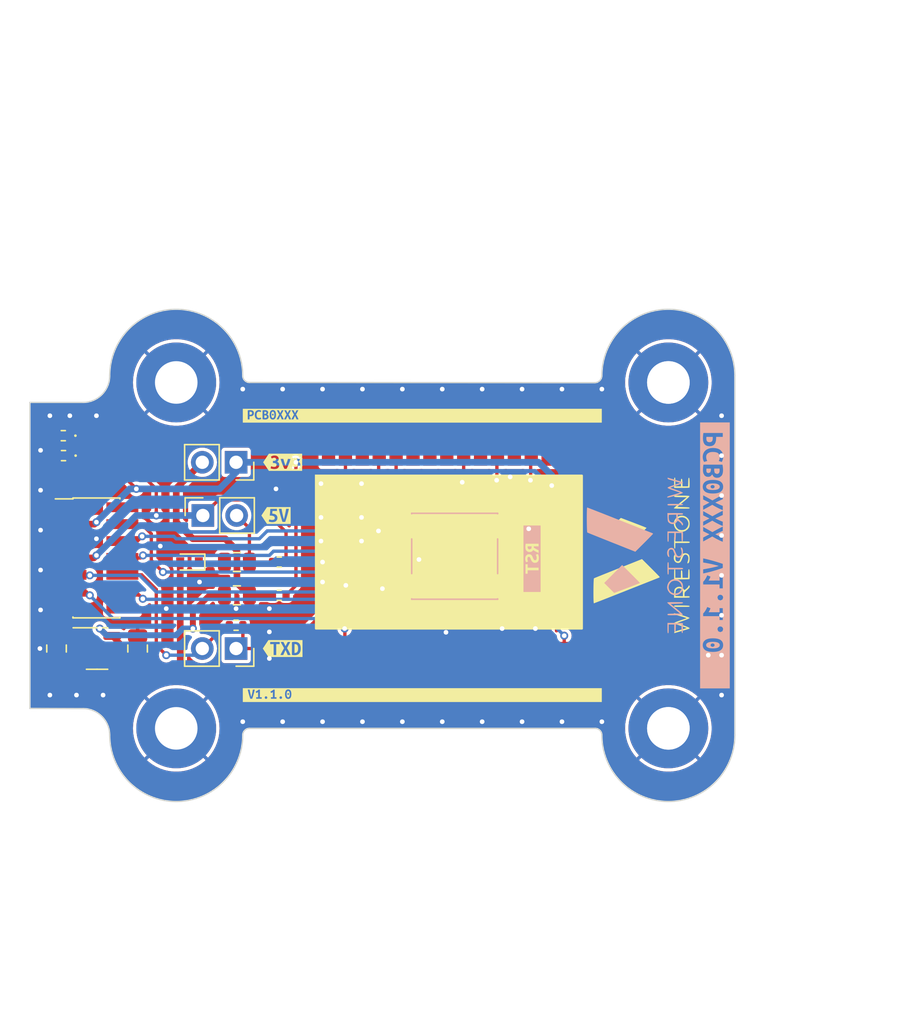
<source format=kicad_pcb>
(kicad_pcb (version 20221018) (generator pcbnew)
  (title_block (title "stlink-v3mods wirestone adapter") (date "2023-03-02") (rev "1.1") (company "wirestone") (comment 4 "AISLER Project ID: HRKUAQJN"))
  (layers (0 "F.Cu" signal) (31 "B.Cu" signal) (34 "B.Paste" user) (35 "F.Paste" user) (36 "B.SilkS" user "B.Silkscreen") (37 "F.SilkS" user "F.Silkscreen") (38 "B.Mask" user) (39 "F.Mask" user) (44 "Edge.Cuts" user))
  (net 0 "")
  (net 3 "+3.3V")
  (net 4 "/RST")
  (net 5 "/SWDIO")
  (net 6 "/BOOT0")
  (net 7 "/TXD")
  (net 8 "/SWCLK")
  (net 9 "/SWO")
  (net 12 "Net-(D3-A)")
  (net 13 "+BATT")
  (net 14 "Net-(U3-OUT)")
  (net 15 "Net-(D1-K)")
  (net 16 "Net-(D2-K)")
  (net 17 "Net-(JP4-B)")
  (net 18 "Net-(JP3-B)")
  (net 38 "GND")
  (net 39 "/RXD")
  (net 40 "Net-(D3-K)")
  (net 41 "Net-(JP1-A)")
  (footprint "Diode_SMD:D_SOD-523" (layer "F.Cu") (at 62 76 180)
    (fp_text reference "D3" hide)
    (fp_text value "D_Schottky")
    (pad "1" smd rect (at -0.7 0) (size 0.6 0.7) (layers "F.Cu" "F.Paste" "F.Mask") (net 40 "Net-(D3-K)"))
    (pad "2" smd rect (at 0.7 0) (size 0.6 0.7) (layers "F.Cu" "F.Paste" "F.Mask") (net 12 "Net-(D3-A)"))
  )
  (footprint "Package_TO_SOT_SMD:SOT-23-5" (layer "F.Cu") (at 55.048 82.5)
    (fp_text reference "U3" hide)
    (fp_text value "TLV71333PDBV" hide)
    (pad "1" smd roundrect (at -1.1375 -0.95) (size 1.325 0.6) (layers "F.Cu" "F.Paste" "F.Mask") (net 12 "Net-(D3-A)"))
    (pad "2" smd roundrect (at -1.1375 0) (size 1.325 0.6) (layers "F.Cu" "F.Paste" "F.Mask") (net 38 "GND"))
    (pad "3" smd roundrect (at -1.1375 0.95) (size 1.325 0.6) (layers "F.Cu" "F.Paste" "F.Mask") (net 12 "Net-(D3-A)"))
    (pad "4" smd roundrect (at 1.1375 0.95) (size 1.325 0.6) (layers "F.Cu" "F.Paste" "F.Mask"))
    (pad "5" smd roundrect (at 1.1375 -0.95) (size 1.325 0.6) (layers "F.Cu" "F.Paste" "F.Mask") (net 14 "Net-(U3-OUT)"))
  )
  (footprint "MountingHole:MountingHole_3.2mm_M3" (layer "F.Cu") (at 61 62.5)
    (fp_text reference "REF**" hide)
    (fp_text value "MountingHole_3.2mm_M3" hide)
    (pad "" thru_hole circle locked (at 0 0) (size 6 6) (drill 3.2) (layers "*.Cu" "*.Mask") (net 38 "GND"))
  )
  (footprint "Resistor_SMD:R_0402_1005Metric" (layer "F.Cu") (at 52.51 66.5 180)
    (fp_text reference "R2" hide)
    (fp_text value "2k2")
    (pad "1" smd roundrect (at -0.51 0 180) (size 0.54 0.64) (layers "F.Cu" "F.Paste" "F.Mask") (net 16 "Net-(D2-K)"))
    (pad "2" smd roundrect (at 0.51 0 180) (size 0.54 0.64) (layers "F.Cu" "F.Paste" "F.Mask") (net 38 "GND"))
  )
  (footprint "kibuzzard-649958B3" (layer "F.Cu") (at 68.5 72.5)
    (fp_text reference "kibuzzard-649958B3" hide)
    (fp_text value "G***" hide)
  )
  (footprint "Fuse:Fuse_0805_2012Metric" (layer "F.Cu") (at 65.5625 78.5)
    (fp_text reference "F2" hide)
    (fp_text value "Polyfuse_Small")
    (pad "1" smd roundrect (at -0.9375 0) (size 0.975 1.4) (layers "F.Cu" "F.Paste" "F.Mask") (net 14 "Net-(U3-OUT)"))
    (pad "2" smd roundrect (at 0.9375 0) (size 0.975 1.4) (layers "F.Cu" "F.Paste" "F.Mask") (net 17 "Net-(JP4-B)"))
  )
  (footprint "Connector_PinSocket_2.54mm:PinSocket_1x02_P2.54mm_Vertical" (layer "F.Cu") (at 65.5 68.5 -90)
    (fp_text reference "JP4" hide)
    (fp_text value "Jumper_2_Open" hide)
    (pad "1" thru_hole rect (at 0 0 270) (size 1.7 1.7) (drill 1) (layers "*.Cu" "*.Mask") (net 3 "+3.3V"))
    (pad "2" thru_hole oval (at 0 2.54 270) (size 1.7 1.7) (drill 1) (layers "*.Cu" "*.Mask") (net 17 "Net-(JP4-B)"))
  )
  (footprint "Capacitor_SMD:C_0805_2012Metric" (layer "F.Cu") (at 58.096 82.5 90)
    (fp_text reference "C2" hide)
    (fp_text value "4.7uF")
    (pad "1" smd roundrect (at -0.95 0 90) (size 1 1.45) (layers "F.Cu" "F.Paste" "F.Mask") (net 14 "Net-(U3-OUT)"))
    (pad "2" smd roundrect (at 0.95 0 90) (size 1 1.45) (layers "F.Cu" "F.Paste" "F.Mask") (net 38 "GND"))
  )
  (footprint "kibuzzard-649958AB" (layer "F.Cu") (at 69 82.5)
    (fp_text reference "kibuzzard-649958AB" hide)
    (fp_text value "G***" hide)
  )
  (footprint "kibuzzard-649958D1" (layer "F.Cu") (at 79.5 86)
    (fp_text reference "kibuzzard-649958D1" hide)
    (fp_text value "G***" hide)
  )
  (footprint "kibuzzard-63D24B36" (layer "F.Cu") (at 79.5 65)
    (fp_text reference "kibuzzard-63D24B36" hide)
    (fp_text value "G***" hide)
  )
  (footprint "LED_SMD:LED_0402_1005Metric" (layer "F.Cu") (at 54.51 66.5)
    (fp_text reference "D2" hide)
    (fp_text value "LED")
    (pad "1" smd roundrect (at -0.485 0) (size 0.59 0.64) (layers "F.Cu" "F.Paste" "F.Mask") (net 16 "Net-(D2-K)"))
    (pad "2" smd roundrect (at 0.485 0) (size 0.59 0.64) (layers "F.Cu" "F.Paste" "F.Mask") (net 13 "+BATT"))
  )
  (footprint "Capacitor_SMD:C_0805_2012Metric" (layer "F.Cu") (at 52 82.5 -90)
    (fp_text reference "C1" hide)
    (fp_text value "10uF")
    (pad "1" smd roundrect (at -0.95 0 270) (size 1 1.45) (layers "F.Cu" "F.Paste" "F.Mask") (net 12 "Net-(D3-A)"))
    (pad "2" smd roundrect (at 0.95 0 270) (size 1 1.45) (layers "F.Cu" "F.Paste" "F.Mask") (net 38 "GND"))
  )
  (footprint "Connector_PinSocket_2.54mm:PinSocket_1x02_P2.54mm_Vertical" (layer "F.Cu") (at 63 72.5 90)
    (fp_text reference "JP3" hide)
    (fp_text value "Jumper_2_Open" hide)
    (pad "1" thru_hole rect (at 0 0 90) (size 1.7 1.7) (drill 1) (layers "*.Cu" "*.Mask") (net 13 "+BATT"))
    (pad "2" thru_hole oval (at 0 2.54 90) (size 1.7 1.7) (drill 1) (layers "*.Cu" "*.Mask") (net 18 "Net-(JP3-B)"))
  )
  (footprint "Resistor_SMD:R_0402_1005Metric" (layer "F.Cu") (at 68.74475 78.5)
    (fp_text reference "R3" hide)
    (fp_text value "0")
    (pad "1" smd roundrect (at -0.51 0) (size 0.54 0.64) (layers "F.Cu" "F.Paste" "F.Mask") (net 17 "Net-(JP4-B)"))
    (pad "2" smd roundrect (at 0.51 0) (size 0.54 0.64) (layers "F.Cu" "F.Paste" "F.Mask") (net 3 "+3.3V"))
  )
  (footprint "Resistor_SMD:R_0402_1005Metric" (layer "F.Cu") (at 68.74475 76)
    (fp_text reference "R4" hide)
    (fp_text value "0")
    (pad "1" smd roundrect (at -0.51 0) (size 0.54 0.64) (layers "F.Cu" "F.Paste" "F.Mask") (net 18 "Net-(JP3-B)"))
    (pad "2" smd roundrect (at 0.51 0) (size 0.54 0.64) (layers "F.Cu" "F.Paste" "F.Mask") (net 13 "+BATT"))
  )
  (footprint "Resistor_SMD:R_0402_1005Metric" (layer "F.Cu") (at 65.5 80.75)
    (fp_text reference "R5" hide)
    (fp_text value "0")
    (pad "1" smd roundrect (at -0.51 0) (size 0.54 0.64) (layers "F.Cu" "F.Paste" "F.Mask") (net 7 "/TXD"))
    (pad "2" smd roundrect (at 0.51 0) (size 0.54 0.64) (layers "F.Cu" "F.Paste" "F.Mask") (net 41 "Net-(JP1-A)"))
  )
  (footprint "LED_SMD:LED_0402_1005Metric" (layer "F.Cu") (at 54.525 68)
    (fp_text reference "D1" hide)
    (fp_text value "LED")
    (pad "1" smd roundrect (at -0.485 0) (size 0.59 0.64) (layers "F.Cu" "F.Paste" "F.Mask") (net 15 "Net-(D1-K)"))
    (pad "2" smd roundrect (at 0.485 0) (size 0.59 0.64) (layers "F.Cu" "F.Paste" "F.Mask") (net 3 "+3.3V"))
  )
  (footprint "Connector_PinHeader_1.27mm:PinHeader_2x07_P1.27mm_Vertical_SMD" (layer "F.Cu") (at 55 75.69)
    (fp_text reference "J1" hide)
    (fp_text value "Conn_02x07_Odd_Even" hide)
    (pad "1" smd rect (at -1.95 -3.81) (size 2.4 0.74) (layers "F.Cu" "F.Paste" "F.Mask"))
    (pad "2" smd rect (at 1.95 -3.81) (size 2.4 0.74) (layers "F.Cu" "F.Paste" "F.Mask"))
    (pad "3" smd rect (at -1.95 -2.54) (size 2.4 0.74) (layers "F.Cu" "F.Paste" "F.Mask") (net 3 "+3.3V"))
    (pad "4" smd rect (at 1.95 -2.54) (size 2.4 0.74) (layers "F.Cu" "F.Paste" "F.Mask") (net 5 "/SWDIO"))
    (pad "5" smd rect (at -1.95 -1.27) (size 2.4 0.74) (layers "F.Cu" "F.Paste" "F.Mask") (net 38 "GND"))
    (pad "6" smd rect (at 1.95 -1.27) (size 2.4 0.74) (layers "F.Cu" "F.Paste" "F.Mask") (net 8 "/SWCLK"))
    (pad "7" smd rect (at -1.95 0) (size 2.4 0.74) (layers "F.Cu" "F.Paste" "F.Mask") (net 13 "+BATT"))
    (pad "8" smd rect (at 1.95 0) (size 2.4 0.74) (layers "F.Cu" "F.Paste" "F.Mask") (net 9 "/SWO"))
    (pad "9" smd rect (at -1.95 1.27) (size 2.4 0.74) (layers "F.Cu" "F.Paste" "F.Mask") (net 39 "/RXD"))
    (pad "10" smd rect (at 1.95 1.27) (size 2.4 0.74) (layers "F.Cu" "F.Paste" "F.Mask") (net 7 "/TXD"))
    (pad "11" smd rect (at -1.95 2.54) (size 2.4 0.74) (layers "F.Cu" "F.Paste" "F.Mask") (net 6 "/BOOT0"))
    (pad "12" smd rect (at 1.95 2.54) (size 2.4 0.74) (layers "F.Cu" "F.Paste" "F.Mask") (net 4 "/RST"))
    (pad "13" smd rect (at -1.95 3.81) (size 2.4 0.74) (layers "F.Cu" "F.Paste" "F.Mask"))
    (pad "14" smd rect (at 1.95 3.81) (size 2.4 0.74) (layers "F.Cu" "F.Paste" "F.Mask"))
  )
  (footprint "Fuse:Fuse_0805_2012Metric" (layer "F.Cu") (at 65.5625 76 180)
    (fp_text reference "F3" hide)
    (fp_text value "Polyfuse_Small")
    (pad "1" smd roundrect (at -0.9375 0 180) (size 0.975 1.4) (layers "F.Cu" "F.Paste" "F.Mask") (net 18 "Net-(JP3-B)"))
    (pad "2" smd roundrect (at 0.9375 0 180) (size 0.975 1.4) (layers "F.Cu" "F.Paste" "F.Mask") (net 40 "Net-(D3-K)"))
  )
  (footprint "kibuzzard-63D24BD9" (layer "F.Cu") (at 69 68.5)
    (fp_text reference "kibuzzard-63D24BD9" hide)
    (fp_text value "G***" hide)
  )
  (footprint "stlink_v3mini:wirestone" (layer "F.Cu") (at 96 75.5 90)
    (fp_text reference "G***" hide)
    (fp_text value "LOGO" hide)
  )
  (footprint "MountingHole:MountingHole_3.2mm_M3" (layer "F.Cu") (at 98 62.5)
    (fp_text reference "REF**" hide)
    (fp_text value "MountingHole_3.2mm_M3" hide)
    (pad "" np_thru_hole circle locked (at 0 0) (size 3.2 3.2) (drill 3.2) (layers "*.Cu" "*.Mask"))
    (pad "" thru_hole circle locked (at 0 0) (size 6 6) (drill 3.2) (layers "*.Cu" "*.Mask") (net 38 "GND"))
  )
  (footprint "MountingHole:MountingHole_3.2mm_M3" (layer "F.Cu") (at 98 88.5)
    (fp_text reference "REF**" hide)
    (fp_text value "MountingHole_3.2mm_M3" hide)
    (pad "" np_thru_hole circle locked (at 0 0) (size 3.2 3.2) (drill 3.2) (layers "*.Cu" "*.Mask"))
    (pad "" thru_hole circle locked (at 0 0) (size 6 6) (drill 3.2) (layers "*.Cu" "*.Mask") (net 38 "GND"))
  )
  (footprint "Resistor_SMD:R_0402_1005Metric" (layer "F.Cu") (at 52.525 68 180)
    (fp_text reference "R1" hide)
    (fp_text value "2k2")
    (pad "1" smd roundrect (at -0.51 0 180) (size 0.54 0.64) (layers "F.Cu" "F.Paste" "F.Mask") (net 15 "Net-(D1-K)"))
    (pad "2" smd roundrect (at 0.51 0 180) (size 0.54 0.64) (layers "F.Cu" "F.Paste" "F.Mask") (net 38 "GND"))
  )
  (footprint "stlink_v3mini:STLINK-V3MODS" (layer "F.Cu") (at 81.975 75.38 -90)
    (fp_text reference "U2" hide)
    (fp_text value "~")
    (pad "1" smd rect (at -7.62 -9.525) (size 1 2) (layers "F.Cu" "F.Paste" "F.Mask"))
    (pad "2" smd rect (at -7.62 -8.255) (size 1 2) (layers "F.Cu" "F.Paste" "F.Mask"))
    (pad "3" smd rect (at -7.62 -6.985) (size 1 2) (layers "F.Cu" "F.Paste" "F.Mask"))
    (pad "4" smd rect (at -7.62 -5.715) (size 1 2) (layers "F.Cu" "F.Paste" "F.Mask") (net 5 "/SWDIO"))
    (pad "5" smd rect (at -7.62 -4.445) (size 1 2) (layers "F.Cu" "F.Paste" "F.Mask"))
    (pad "6" smd rect (at -7.62 -3.175) (size 1 2) (layers "F.Cu" "F.Paste" "F.Mask") (net 9 "/SWO"))
    (pad "7" smd rect (at -7.62 -1.905) (size 1 2) (layers "F.Cu" "F.Paste" "F.Mask"))
    (pad "8" smd rect (at -7.62 -0.635) (size 1 2) (layers "F.Cu" "F.Paste" "F.Mask") (net 38 "GND"))
    (pad "9" smd rect (at -7.62 0.635) (size 1 2) (layers "F.Cu" "F.Paste" "F.Mask"))
    (pad "10" smd rect (at -7.62 1.905) (size 1 2) (layers "F.Cu" "F.Paste" "F.Mask"))
    (pad "11" smd rect (at -7.62 3.175) (size 1 2) (layers "F.Cu" "F.Paste" "F.Mask"))
    (pad "12" smd rect (at -7.62 4.445) (size 1 2) (layers "F.Cu" "F.Paste" "F.Mask") (net 41 "Net-(JP1-A)"))
    (pad "13" smd rect (at -7.62 5.715) (size 1 2) (layers "F.Cu" "F.Paste" "F.Mask") (net 8 "/SWCLK"))
    (pad "14" smd rect (at -7.62 6.985) (size 1 2) (layers "F.Cu" "F.Paste" "F.Mask"))
    (pad "15" smd rect (at -7.62 8.255) (size 1 2) (layers "F.Cu" "F.Paste" "F.Mask") (net 39 "/RXD"))
    (pad "16" smd rect (at -7.62 9.525) (size 1 2) (layers "F.Cu" "F.Paste" "F.Mask"))
    (pad "17" smd rect (at 7.62 9.525) (size 1 2) (layers "F.Cu" "F.Paste" "F.Mask"))
    (pad "18" smd rect (at 7.62 8.255) (size 1 2) (layers "F.Cu" "F.Paste" "F.Mask") (net 6 "/BOOT0"))
    (pad "19" smd rect (at 7.62 6.985) (size 1 2) (layers "F.Cu" "F.Paste" "F.Mask"))
    (pad "20" smd rect (at 7.62 5.715) (size 1 2) (layers "F.Cu" "F.Paste" "F.Mask"))
    (pad "21" smd rect (at 7.62 4.445) (size 1 2) (layers "F.Cu" "F.Paste" "F.Mask"))
    (pad "22" smd rect (at 7.62 3.175) (size 1 2) (layers "F.Cu" "F.Paste" "F.Mask") (net 12 "Net-(D3-A)"))
    (pad "23" smd rect (at 7.62 1.905) (size 1 2) (layers "F.Cu" "F.Paste" "F.Mask"))
    (pad "24" smd rect (at 7.62 0.635) (size 1 2) (layers "F.Cu" "F.Paste" "F.Mask") (net 38 "GND"))
    (pad "25" smd rect (at 7.62 -0.635) (size 1 2) (layers "F.Cu" "F.Paste" "F.Mask"))
    (pad "26" smd rect (at 7.62 -1.905) (size 1 2) (layers "F.Cu" "F.Paste" "F.Mask") (net 38 "GND"))
    (pad "27" smd rect (at 7.62 -3.175) (size 1 2) (layers "F.Cu" "F.Paste" "F.Mask") (net 38 "GND"))
    (pad "28" smd rect (at 7.62 -4.445) (size 1 2) (layers "F.Cu" "F.Paste" "F.Mask"))
    (pad "29" smd rect (at 7.62 -5.715) (size 1 2) (layers "F.Cu" "F.Paste" "F.Mask") (net 38 "GND"))
    (pad "30" smd rect (at 7.62 -6.985) (size 1 2) (layers "F.Cu" "F.Paste" "F.Mask") (net 3 "+3.3V"))
    (pad "31" smd rect (at 7.62 -8.255) (size 1 2) (layers "F.Cu" "F.Paste" "F.Mask") (net 4 "/RST"))
    (pad "32" smd rect (at 7.62 -9.525) (size 1 2) (layers "F.Cu" "F.Paste" "F.Mask"))
  )
  (footprint "MountingHole:MountingHole_3.2mm_M3" (layer "F.Cu") (at 61 88.5)
    (fp_text reference "REF**" hide)
    (fp_text value "MountingHole_3.2mm_M3" hide)
    (pad "" thru_hole circle locked (at 0 0) (size 6 6) (drill 3.2) (layers "*.Cu" "*.Mask") (net 38 "GND"))
  )
  (footprint "Connector_PinSocket_2.54mm:PinSocket_1x02_P2.54mm_Vertical" (layer "F.Cu") (at 65.5 82.5 -90)
    (fp_text reference "JP1" hide)
    (fp_text value "Jumper_2_Open")
    (pad "1" thru_hole rect (at 0 0 270) (size 1.7 1.7) (drill 1) (layers "*.Cu" "*.Mask") (net 41 "Net-(JP1-A)"))
    (pad "2" thru_hole oval (at 0 2.54 270) (size 1.7 1.7) (drill 1) (layers "*.Cu" "*.Mask") (net 7 "/TXD"))
  )
  (footprint "kibuzzard-63CA65D0" (layer "B.Cu") (at 87.75 75.75 -90)
    (fp_text reference "kibuzzard-63CA65D0" hide)
    (fp_text value "G***" hide)
  )
  (footprint "Button_Switch_SMD:SW_Push_1P1T_NO_6x6mm_H9.5mm" (layer "B.Cu") (at 81.9325 75.565)
    (fp_text reference "SW1" hide)
    (fp_text value "RST")
    (pad "1" smd rect (at -3.975 2.25) (size 1.55 1.3) (layers "B.Cu" "B.Paste" "B.Mask") (net 4 "/RST"))
    (pad "1" smd rect (at 3.975 2.25) (size 1.55 1.3) (layers "B.Cu" "B.Paste" "B.Mask") (net 4 "/RST"))
    (pad "2" smd rect (at -3.975 -2.25) (size 1.55 1.3) (layers "B.Cu" "B.Paste" "B.Mask") (net 38 "GND"))
    (pad "2" smd rect (at 3.975 -2.25) (size 1.55 1.3) (layers "B.Cu" "B.Paste" "B.Mask") (net 38 "GND"))
  )
  (footprint "kibuzzard-6499595A" (layer "B.Cu") (at 101.5 75.5 -90)
    (fp_text reference "kibuzzard-6499595A" hide)
    (fp_text value "G***" hide)
  )
  (footprint "stlink_v3mini:wirestone" (layer "B.Cu") (at 95.5 75.5 -90)
    (fp_text reference "G***" hide)
    (fp_text value "LOGO" hide)
  )
  (gr_rect (start 71.5 69.5) (end 91.5 81) (stroke (width 0.15)) (fill solid) (layer "F.SilkS"))
  (gr_arc (start 103 89) (mid 98 94) (end 93 89) (stroke (width 0.1)) (layer "Edge.Cuts"))
  (gr_line (start 66.5 62.5) (end 92.456 62.520529) (stroke (width 0.1)) (layer "Edge.Cuts"))
  (gr_arc (start 93 62) (mid 92.832459 62.369434) (end 92.456 62.520529) (stroke (width 0.1)) (layer "Edge.Cuts"))
  (gr_line (start 103 62) (end 103 89) (stroke (width 0.1)) (layer "Edge.Cuts"))
  (gr_arc (start 54 87.014214) (mid 55.414214 87.6) (end 56 89.014214) (stroke (width 0.1)) (layer "Edge.Cuts"))
  (gr_line (start 50 87) (end 50 64) (stroke (width 0.1)) (layer "Edge.Cuts"))
  (gr_arc (start 92.5 88.5) (mid 92.853553 88.646447) (end 93 89) (stroke (width 0.1)) (layer "Edge.Cuts"))
  (gr_line (start 54 64) (end 50 64) (stroke (width 0.1)) (layer "Edge.Cuts"))
  (gr_arc (start 66.5 62.5) (mid 66.146447 62.353553) (end 66 62) (stroke (width 0.1)) (layer "Edge.Cuts"))
  (gr_arc (start 56 62) (mid 55.414214 63.414214) (end 54 64) (stroke (width 0.1)) (layer "Edge.Cuts"))
  (gr_line (start 54 87.014214) (end 50 87) (stroke (width 0.1)) (layer "Edge.Cuts"))
  (gr_arc (start 66 89) (mid 66.146447 88.646447) (end 66.5 88.5) (stroke (width 0.1)) (layer "Edge.Cuts"))
  (gr_arc (start 56 62) (mid 61 57) (end 66 62) (stroke (width 0.1)) (layer "Edge.Cuts"))
  (gr_arc (start 93 62) (mid 98 57) (end 103 62) (stroke (width 0.1)) (layer "Edge.Cuts"))
  (gr_line (start 92.5 88.5) (end 66.5 88.5) (stroke (width 0.1)) (layer "Edge.Cuts"))
  (gr_arc (start 66 89) (mid 61 94) (end 56 89) (stroke (width 0.1)) (layer "Edge.Cuts"))
  (segment (start 89.230498 70.25) (end 88.96 70.520498) (width 0.5) (layer "F.Cu") (net 3))
  (segment (start 53.05 73.15) (end 54.85 73.15) (width 0.5) (layer "F.Cu") (net 3))
  (segment (start 70 77.75475) (end 70 68.5) (width 0.25) (layer "F.Cu") (net 3))
  (segment (start 69.25475 78.5) (end 70 77.75475) (width 0.25) (layer "F.Cu") (net 3))
  (segment (start 88.96 70.520498) (end 88.96 83) (width 0.5) (layer "F.Cu") (net 3))
  (segment (start 54.85 73.15) (end 55 73) (width 0.25) (layer "F.Cu") (net 3))
  (segment (start 55.5 68) (end 55.01 68) (width 0.25) (layer "F.Cu") (net 3))
  (segment (start 55.5 68) (end 58 70.5) (width 0.25) (layer "F.Cu") (net 3))
  (via (at 70 68.5) (size 0.6) (drill 0.35) (layers "F.Cu" "B.Cu") (net 3))
  (via (at 89.230498 70.25) (size 0.6) (drill 0.35) (layers "F.Cu" "B.Cu") (net 3))
  (via (at 55 73) (size 0.6) (drill 0.35) (layers "F.Cu" "B.Cu") (net 3))
  (via (at 58 70.5) (size 0.6) (drill 0.35) (layers "F.Cu" "B.Cu") (net 3))
  (segment (start 65.5 69.25) (end 65.5 68.5) (width 0.5) (layer "B.Cu") (net 3))
  (segment (start 57.5 70.5) (end 58 70.5) (width 0.5) (layer "B.Cu") (net 3))
  (segment (start 64.25 70.5) (end 65.5 69.25) (width 0.5) (layer "B.Cu") (net 3))
  (segment (start 89.230498 69.480498) (end 88.25 68.5) (width 0.5) (layer "B.Cu") (net 3))
  (segment (start 70 68.5) (end 65.5 68.5) (width 0.5) (layer "B.Cu") (net 3))
  (segment (start 89.230498 70.25) (end 89.230498 69.480498) (width 0.5) (layer "B.Cu") (net 3))
  (segment (start 58 70.5) (end 64.25 70.5) (width 0.5) (layer "B.Cu") (net 3))
  (segment (start 88.25 68.5) (end 70 68.5) (width 0.5) (layer "B.Cu") (net 3))
  (segment (start 55 73) (end 57.5 70.5) (width 0.5) (layer "B.Cu") (net 3))
  (segment (start 58.486658 78.760997) (end 57.955661 78.23) (width 0.25) (layer "F.Cu") (net 4))
  (segment (start 90.17 83.1675) (end 90.1875 83.185) (width 0.25) (layer "F.Cu") (net 4))
  (segment (start 57.955661 78.23) (end 56.95 78.23) (width 0.25) (layer "F.Cu") (net 4))
  (segment (start 90.17 81.534) (end 90.17 83.1675) (width 0.25) (layer "F.Cu") (net 4))
  (via (at 90.17 81.534) (size 0.6) (drill 0.35) (layers "F.Cu" "B.Cu") (net 4))
  (via (at 58.486658 78.760997) (size 0.6) (drill 0.35) (layers "F.Cu" "B.Cu") (net 4))
  (segment (start 77.9575 77.815) (end 85.9075 77.815) (width 0.25) (layer "B.Cu") (net 4))
  (segment (start 58.486658 78.760997) (end 58.525661 78.8) (width 0.25) (layer "B.Cu") (net 4))
  (segment (start 86.451 77.815) (end 90.17 81.534) (width 0.25) (layer "B.Cu") (net 4))
  (segment (start 85.9075 77.815) (end 86.451 77.815) (width 0.25) (layer "B.Cu") (net 4))
  (segment (start 76.9725 78.8) (end 77.9575 77.815) (width 0.25) (layer "B.Cu") (net 4))
  (segment (start 58.525661 78.8) (end 76.9725 78.8) (width 0.25) (layer "B.Cu") (net 4))
  (segment (start 87.6475 69.8325) (end 87.63 69.85) (width 0.25) (layer "F.Cu") (net 5))
  (segment (start 87.6475 67.945) (end 87.6475 69.8325) (width 0.25) (layer "F.Cu") (net 5))
  (segment (start 59.125 75.875) (end 59.125 73.875) (width 0.25) (layer "F.Cu") (net 5))
  (segment (start 60 76.75) (end 59.125 75.875) (width 0.25) (layer "F.Cu") (net 5))
  (segment (start 59.125 73.875) (end 58.4 73.15) (width 0.25) (layer "F.Cu") (net 5))
  (segment (start 58.4 73.15) (end 56.95 73.15) (width 0.25) (layer "F.Cu") (net 5))
  (via (at 60 76.75) (size 0.6) (drill 0.35) (layers "F.Cu" "B.Cu") (net 5))
  (via (at 87.63 69.85) (size 0.6) (drill 0.35) (layers "F.Cu" "B.Cu") (net 5))
  (segment (start 76.7675 76.75) (end 76.8575 76.84) (width 0.25) (layer "B.Cu") (net 5))
  (segment (start 80.16 76.84) (end 87.15 69.85) (width 0.25) (layer "B.Cu") (net 5))
  (segment (start 76.8575 76.84) (end 80.16 76.84) (width 0.25) (layer "B.Cu") (net 5))
  (segment (start 60 76.75) (end 76.7675 76.75) (width 0.25) (layer "B.Cu") (net 5))
  (segment (start 87.15 69.85) (end 87.63 69.85) (width 0.25) (layer "B.Cu") (net 5))
  (segment (start 53.05 78.23) (end 54.23 78.23) (width 0.25) (layer "F.Cu") (net 6))
  (segment (start 73.6775 81.0175) (end 73.6775 83.185) (width 0.25) (layer "F.Cu") (net 6))
  (segment (start 73.66 81) (end 73.6775 81.0175) (width 0.25) (layer "F.Cu") (net 6))
  (segment (start 54.23 78.23) (end 54.5 78.5) (width 0.25) (layer "F.Cu") (net 6))
  (via (at 54.5 78.5) (size 0.6) (drill 0.35) (layers "F.Cu" "B.Cu") (net 6))
  (via (at 73.66 81) (size 0.6) (drill 0.35) (layers "F.Cu" "B.Cu") (net 6))
  (segment (start 56.25 80.25) (end 73.25 80.25) (width 0.25) (layer "B.Cu") (net 6))
  (segment (start 73.25 80.25) (end 73.66 80.66) (width 0.25) (layer "B.Cu") (net 6))
  (segment (start 54.5 78.5) (end 56.25 80.25) (width 0.25) (layer "B.Cu") (net 6))
  (segment (start 64.71 80.75) (end 64.99 80.75) (width 0.25) (layer "F.Cu") (net 7))
  (segment (start 59.5 82.25) (end 59.5 78.06) (width 0.25) (layer "F.Cu") (net 7))
  (segment (start 59.5 78.06) (end 58.4 76.96) (width 0.25) (layer "F.Cu") (net 7))
  (segment (start 58.4 76.96) (end 56.95 76.96) (width 0.25) (layer "F.Cu") (net 7))
  (segment (start 60.25 83) (end 59.5 82.25) (width 0.25) (layer "F.Cu") (net 7))
  (segment (start 62.96 82.5) (end 64.71 80.75) (width 0.25) (layer "F.Cu") (net 7))
  (via (at 60.25 83) (size 0.6) (drill 0.35) (layers "F.Cu" "B.Cu") (net 7))
  (segment (start 60.25 83) (end 62.46 83) (width 0.25) (layer "B.Cu") (net 7))
  (segment (start 62.46 83) (end 62.96 82.5) (width 0.25) (layer "B.Cu") (net 7))
  (segment (start 58.433411 74.066589) (end 58.08 74.42) (width 0.25) (layer "F.Cu") (net 8))
  (segment (start 58.08 74.42) (end 56.95 74.42) (width 0.25) (layer "F.Cu") (net 8))
  (segment (start 76.2175 73.646801) (end 76.204301 73.66) (width 0.25) (layer "F.Cu") (net 8))
  (segment (start 76.2175 67.945) (end 76.2175 73.646801) (width 0.25) (layer "F.Cu") (net 8))
  (via (at 58.433411 74.066589) (size 0.6) (drill 0.35) (layers "F.Cu" "B.Cu") (net 8))
  (via (at 76.204301 73.66) (size 0.6) (drill 0.35) (layers "F.Cu" "B.Cu") (net 8))
  (segment (start 58.433411 74.066589) (end 60.816589 74.066589) (width 0.25) (layer "B.Cu") (net 8))
  (segment (start 60.816589 74.066589) (end 61 74.25) (width 0.25) (layer "B.Cu") (net 8))
  (segment (start 67.25 74.25) (end 67.84 73.66) (width 0.25) (layer "B.Cu") (net 8))
  (segment (start 61 74.25) (end 67.25 74.25) (width 0.25) (layer "B.Cu") (net 8))
  (segment (start 67.84 73.66) (end 76.204301 73.66) (width 0.25) (layer "B.Cu") (net 8))
  (segment (start 85.1075 69.8325) (end 85.09 69.85) (width 0.25) (layer "F.Cu") (net 9))
  (segment (start 56.95 75.69) (end 58.31 75.69) (width 0.25) (layer "F.Cu") (net 9))
  (segment (start 58.31 75.69) (end 58.5 75.5) (width 0.25) (layer "F.Cu") (net 9))
  (segment (start 85.1075 67.945) (end 85.1075 69.8325) (width 0.25) (layer "F.Cu") (net 9))
  (via (at 85.09 69.85) (size 0.6) (drill 0.35) (layers "F.Cu" "B.Cu") (net 9))
  (via (at 58.5 75.5) (size 0.6) (drill 0.35) (layers "F.Cu" "B.Cu") (net 9))
  (segment (start 58.5 75.5) (end 68 75.5) (width 0.25) (layer "B.Cu") (net 9))
  (segment (start 68.316 75.184) (end 79.756 75.184) (width 0.25) (layer "B.Cu") (net 9))
  (segment (start 79.756 75.184) (end 85.09 69.85) (width 0.25) (layer "B.Cu") (net 9))
  (segment (start 68 75.5) (end 68.316 75.184) (width 0.25) (layer "B.Cu") (net 9))
  (segment (start 78.7575 84.315) (end 77.9825 85.09) (width 0.5) (layer "F.Cu") (net 12))
  (segment (start 55.023 82.023) (end 54.55 81.55) (width 0.5) (layer "F.Cu") (net 12))
  (segment (start 61.25 84.4) (end 55.624472 84.4) (width 0.5) (layer "F.Cu") (net 12))
  (segment (start 61.3 84.35) (end 61.3 76) (width 0.5) (layer "F.Cu") (net 12))
  (segment (start 70.4 84.4) (end 61.25 84.4) (width 0.5) (layer "F.Cu") (net 12))
  (segment (start 54.8 83.45) (end 55.023 83.227) (width 0.5) (layer "F.Cu") (net 12))
  (segment (start 54.8 83.575528) (end 54.8 83.45) (width 0.5) (layer "F.Cu") (net 12))
  (segment (start 55.624472 84.4) (end 54.8 83.575528) (width 0.5) (layer "F.Cu") (net 12))
  (segment (start 53.9105 81.55) (end 54.294751 81.55) (width 0.25) (layer "F.Cu") (net 12))
  (segment (start 78.7575 83.185) (end 78.7575 84.315) (width 0.5) (layer "F.Cu") (net 12))
  (segment (start 61.25 84.4) (end 61.3 84.35) (width 0.5) (layer "F.Cu") (net 12))
  (segment (start 54.55 81.55) (end 54.294751 81.55) (width 0.5) (layer "F.Cu") (net 12))
  (segment (start 53.9105 83.45) (end 54.3 83.45) (width 0.25) (layer "F.Cu") (net 12))
  (segment (start 54.294751 81.55) (end 52 81.55) (width 0.5) (layer "F.Cu") (net 12))
  (segment (start 54.3 83.45) (end 54.8 83.45) (width 0.5) (layer "F.Cu") (net 12))
  (segment (start 54.8 83.45) (end 53.9105 83.45) (width 0.5) (layer "F.Cu") (net 12))
  (segment (start 77.9825 85.09) (end 71.09 85.09) (width 0.5) (layer "F.Cu") (net 12))
  (segment (start 61.3 76) (end 61.3 79.708384) (width 0.25) (layer "F.Cu") (net 12))
  (segment (start 55.023 83.227) (end 55.023 82.023) (width 0.5) (layer "F.Cu") (net 12))
  (segment (start 71.09 85.09) (end 70.4 84.4) (width 0.5) (layer "F.Cu") (net 12))
  (segment (start 66.825 71.325) (end 64.175 71.325) (width 0.25) (layer "F.Cu") (net 13))
  (segment (start 69.25475 73.75475) (end 66.825 71.325) (width 0.25) (layer "F.Cu") (net 13))
  (segment (start 55.48 66.5) (end 54.995 66.5) (width 0.25) (layer "F.Cu") (net 13))
  (segment (start 54.81 75.69) (end 53.05 75.69) (width 0.5) (layer "F.Cu") (net 13))
  (segment (start 55 75.5) (end 54.81 75.69) (width 0.25) (layer "F.Cu") (net 13))
  (segment (start 55.48 66.5) (end 59.5 70.52) (width 0.25) (layer "F.Cu") (net 13))
  (segment (start 69.25475 76) (end 69.25475 73.75475) (width 0.25) (layer "F.Cu") (net 13))
  (segment (start 59.5 70.52) (end 59.5 72.5) (width 0.25) (layer "F.Cu") (net 13))
  (segment (start 64.175 71.325) (end 63 72.5) (width 0.25) (layer "F.Cu") (net 13))
  (via (at 55 75.5) (size 0.6) (drill 0.35) (layers "F.Cu" "B.Cu") (net 13))
  (via (at 59.5 72.5) (size 0.6) (drill 0.35) (layers "F.Cu" "B.Cu") (net 13))
  (segment (start 63 72.5) (end 59.5 72.5) (width 0.5) (layer "B.Cu") (net 13))
  (segment (start 58 72.5) (end 55 75.5) (width 0.5) (layer "B.Cu") (net 13))
  (segment (start 59.5 72.5) (end 58 72.5) (width 0.5) (layer "B.Cu") (net 13))
  (segment (start 56.1855 81.55) (end 55.8 81.55) (width 0.45) (layer "F.Cu") (net 14))
  (segment (start 62.25 81) (end 62.25 79.75) (width 0.45) (layer "F.Cu") (net 14))
  (segment (start 63.5 78.5) (end 64.625 78.5) (width 0.45) (layer "F.Cu") (net 14))
  (segment (start 55.8 81.55) (end 55.25 81) (width 0.45) (layer "F.Cu") (net 14))
  (segment (start 62.25 79.75) (end 63.5 78.5) (width 0.45) (layer "F.Cu") (net 14))
  (segment (start 64.5 78.5) (end 64.625 78.5) (width 0.25) (layer "F.Cu") (net 14))
  (segment (start 58.0855 83.45) (end 56.1855 81.55) (width 0.45) (layer "F.Cu") (net 14))
  (via (at 62.25 81) (size 0.6) (drill 0.35) (layers "F.Cu" "B.Cu") (net 14))
  (via (at 55.25 81) (size 0.6) (drill 0.35) (layers "F.Cu" "B.Cu") (net 14))
  (segment (start 55.75 81.5) (end 55.25 81) (width 0.45) (layer "B.Cu") (net 14))
  (segment (start 61 81.5) (end 55.75 81.5) (width 0.45) (layer "B.Cu") (net 14))
  (segment (start 62.25 81) (end 61.5 81) (width 0.45) (layer "B.Cu") (net 14))
  (segment (start 61.5 81) (end 61 81.5) (width 0.45) (layer "B.Cu") (net 14))
  (segment (start 53.035 68) (end 54.04 68) (width 0.25) (layer "F.Cu") (net 15))
  (segment (start 54.025 66.5) (end 53.02 66.5) (width 0.25) (layer "F.Cu") (net 16))
  (segment (start 61 70.46) (end 61 73) (width 0.5) (layer "F.Cu") (net 17))
  (segment (start 65.5625 75.125) (end 65.5625 77.5625) (width 0.5) (layer "F.Cu") (net 17))
  (segment (start 62.25 74.25) (end 64.6875 74.25) (width 0.5) (layer "F.Cu") (net 17))
  (segment (start 62.96 68.5) (end 61 70.46) (width 0.5) (layer "F.Cu") (net 17))
  (segment (start 64.6875 74.25) (end 65.5625 75.125) (width 0.5) (layer "F.Cu") (net 17))
  (segment (start 61 73) (end 62.25 74.25) (width 0.5) (layer "F.Cu") (net 17))
  (segment (start 65.5625 77.5625) (end 66.5 78.5) (width 0.5) (layer "F.Cu") (net 17))
  (segment (start 68.23475 78.5) (end 66.5 78.5) (width 0.5) (layer "F.Cu") (net 17))
  (segment (start 66.5 76) (end 66.5 73.46) (width 0.25) (layer "F.Cu") (net 18))
  (segment (start 66.5 73.46) (end 65.54 72.5) (width 0.25) (layer "F.Cu") (net 18))
  (segment (start 68.23475 76) (end 66.5 76) (width 0.25) (layer "F.Cu") (net 18))
  (segment (start 85.15 83) (end 85.15 84.85) (width 0.25) (layer "F.Cu") (net 38))
  (segment (start 84 85) (end 85 85) (width 0.25) (layer "F.Cu") (net 38))
  (segment (start 87.69 83) (end 87.69 84.25) (width 0.25) (layer "F.Cu") (net 38))
  (segment (start 84 85) (end 81.84 85) (width 0.25) (layer "F.Cu") (net 38))
  (segment (start 86.94 85) (end 85 85) (width 0.25) (layer "F.Cu") (net 38))
  (segment (start 83.88 84.88) (end 84 85) (width 0.25) (layer "F.Cu") (net 38))
  (segment (start 87.69 84.25) (end 86.94 85) (width 0.25) (layer "F.Cu") (net 38))
  (segment (start 81.34 81.34) (end 81.28 81.28) (width 0.25) (layer "F.Cu") (net 38))
  (segment (start 83.88 83) (end 83.88 84.88) (width 0.25) (layer "F.Cu") (net 38))
  (segment (start 81.84 85) (end 81.34 84.5) (width 0.25) (layer "F.Cu") (net 38))
  (segment (start 81.34 84.5) (end 81.34 84.66) (width 0.25) (layer "F.Cu") (net 38))
  (segment (start 81.34 83) (end 81.34 84.5) (width 0.25) (layer "F.Cu") (net 38))
  (segment (start 82.61 69.89) (end 82.5 70) (width 0.25) (layer "F.Cu") (net 38))
  (segment (start 81.34 83) (end 81.34 81.34) (width 0.25) (layer "F.Cu") (net 38))
  (segment (start 82.61 67.76) (end 82.61 69.89) (width 0.25) (layer "F.Cu") (net 38))
  (segment (start 85.15 84.85) (end 85 85) (width 0.25) (layer "F.Cu") (net 38))
  (via (at 50.8 76.6) (size 0.6) (drill 0.35) (layers "F.Cu" "B.Cu") (net 38))
  (via (at 53 65) (size 0.6) (drill 0.35) (layers "F.Cu" "B.Cu") (net 38))
  (via (at 66 63) (size 0.6) (drill 0.35) (layers "F.Cu" "B.Cu") (net 38))
  (via (at 71.882 72.644) (size 0.6) (drill 0.35) (layers "F.Cu" "B.Cu") (net 38))
  (via (at 87 88) (size 0.6) (drill 0.35) (layers "F.Cu" "B.Cu") (net 38))
  (via (at 87.5 73.5) (size 0.6) (drill 0.35) (layers "F.Cu" "B.Cu") (net 38))
  (via (at 76.5 78) (size 0.6) (drill 0.35) (layers "F.Cu" "B.Cu") (net 38))
  (via (at 101 83) (size 0.6) (drill 0.35) (layers "F.Cu" "B.Cu") (net 38))
  (via (at 81 88) (size 0.6) (drill 0.35) (layers "F.Cu" "B.Cu") (net 38))
  (via (at 102 77) (size 0.6) (drill 0.35) (layers "F.Cu" "B.Cu") (net 38))
  (via (at 90 63) (size 0.6) (drill 0.35) (layers "F.Cu" "B.Cu") (net 38))
  (via (at 90 88) (size 0.6) (drill 0.35) (layers "F.Cu" "B.Cu") (net 38))
  (via (at 68 79.5) (size 0.6) (drill 0.35) (layers "F.Cu" "B.Cu") (net 38))
  (via (at 68 81.25) (size 0.6) (drill 0.35) (layers "F.Cu" "B.Cu") (net 38))
  (via (at 78 88) (size 0.6) (drill 0.35) (layers "F.Cu" "B.Cu") (net 38))
  (via (at 102 68) (size 0.6) (drill 0.35) (layers "F.Cu" "B.Cu") (net 38))
  (via (at 50.75 82.5) (size 0.6) (drill 0.35) (layers "F.Cu" "B.Cu") (net 38))
  (via (at 68 83.25) (size 0.6) (drill 0.35) (layers "F.Cu" "B.Cu") (net 38))
  (via (at 51.5 86) (size 0.6) (drill 0.35) (layers "F.Cu" "B.Cu") (net 38))
  (via (at 60.25 79.5) (size 0.6) (drill 0.35) (layers "F.Cu" "B.Cu") (net 38))
  (via (at 81 63) (size 0.6) (drill 0.35) (layers "F.Cu" "B.Cu") (net 38))
  (via (at 74.93 70.104) (size 0.6) (drill 0.35) (layers "F.Cu" "B.Cu") (net 38))
  (via (at 53.5 86) (size 0.6) (drill 0.35) (layers "F.Cu" "B.Cu") (net 38))
  (via (at 68.5 70.5) (size 0.6) (drill 0.35) (layers "F.Cu" "B.Cu") (net 38))
  (via (at 75 63) (size 0.6) (drill 0.35) (layers "F.Cu" "B.Cu") (net 38))
  (via (at 82.5 70) (size 0.6) (drill 0.35) (layers "F.Cu" "B.Cu") (net 38))
  (via (at 62.75 77.5) (size 0.6) (drill 0.35) (layers "F.Cu" "B.Cu") (net 38))
  (via (at 84 88) (size 0.6) (drill 0.35) (layers "F.Cu" "B.Cu") (net 38))
  (via (at 72 63) (size 0.6) (drill 0.35) (layers "F.Cu" "B.Cu") (net 38))
  (via (at 72 76) (size 0.6) (drill 0.35) (layers "F.Cu" "B.Cu") (net 38))
  (via (at 55.5 86) (size 0.6) (drill 0.35) (layers "F.Cu" "B.Cu") (net 38))
  (via (at 50.8 67.6) (size 0.6) (drill 0.35) (layers "F.Cu" "B.Cu") (net 38))
  (via (at 51.5 65) (size 0.6) (drill 0.35) (layers "F.Cu" "B.Cu") (net 38))
  (via (at 87 63) (size 0.6) (drill 0.35) (layers "F.Cu" "B.Cu") (net 38))
  (via (at 72 88) (size 0.6) (drill 0.35) (layers "F.Cu" "B.Cu") (net 38))
  (via (at 59.8 74.8) (size 0.6) (drill 0.35) (layers "F.Cu" "B.Cu") (net 38))
  (via (at 74.93 72.644) (size 0.6) (drill 0.35) (layers "F.Cu" "B.Cu") (net 38))
  (via (at 74.93 74.422) (size 0.6) (drill 0.35) (layers "F.Cu" "B.Cu") (net 38))
  (via (at 69 88) (size 0.6) (drill 0.35) (layers "F.Cu" "B.Cu") (net 38))
  (via (at 85.5 81) (size 0.6) (drill 0.35) (layers "F.Cu" "B.Cu") (net 38))
  (via (at 79.248 75.8085) (size 0.6) (drill 0.35) (layers "F.Cu" "B.Cu") (net 38))
  (via (at 102 80) (size 0.6) (drill 0.35) (layers "F.Cu" "B.Cu") (net 38))
  (via (at 69 63) (size 0.6) (drill 0.35) (layers "F.Cu" "B.Cu") (net 38))
  (via (at 102 71) (size 0.6) (drill 0.35) (layers "F.Cu" "B.Cu") (net 38))
  (via (at 50.8 79.6) (size 0.6) (drill 0.35) (layers "F.Cu" "B.Cu") (net 38))
  (via (at 66 88) (size 0.6) (drill 0.35) (layers "F.Cu" "B.Cu") (net 38))
  (via (at 88 81) (size 0.6) (drill 0.35) (layers "F.Cu" "B.Cu") (net 38))
  (via (at 78 63) (size 0.6) (drill 0.35) (layers "F.Cu" "B.Cu") (net 38))
  (via (at 65.5 79.5) (size 0.6) (drill 0.35) (layers "F.Cu" "B.Cu") (net 38))
  (via (at 71.882 74.422) (size 0.6) (drill 0.35) (layers "F.Cu" "B.Cu") (net 38))
  (via (at 102 65) (size 0.6) (drill 0.35) (layers "F.Cu" "B.Cu") (net 38))
  (via (at 102 86) (size 0.6) (drill 0.35) (layers "F.Cu" "B.Cu") (net 38))
  (via (at 102 83) (size 0.6) (drill 0.35) (layers "F.Cu" "B.Cu") (net 38))
  (via (at 72 77.5) (size 0.6) (drill 0.35) (layers "F.Cu" "B.Cu") (net 38))
  (via (at 102 74) (size 0.6) (drill 0.35) (layers "F.Cu" "B.Cu") (net 38))
  (via (at 75 88) (size 0.6) (drill 0.35) (layers "F.Cu" "B.Cu") (net 38))
  (via (at 55 65) (size 0.6) (drill 0.35) (layers "F.Cu" "B.Cu") (net 38))
  (via (at 86.106 69.596) (size 0.6) (drill 0.35) (layers "F.Cu" "B.Cu") (net 38))
  (via (at 81.28 81.28) (size 0.6) (drill 0.35) (layers "F.Cu" "B.Cu") (net 38))
  (via (at 93 88) (size 0.6) (drill 0.35) (layers "F.Cu" "B.Cu") (net 38))
  (via (at 93 63) (size 0.6) (drill 0.35) (layers "F.Cu" "B.Cu") (net 38))
  (via (at 84 63) (size 0.6) (drill 0.35) (layers "F.Cu" "B.Cu") (net 38))
  (via (at 50.8 70.6) (size 0.6) (drill 0.35) (layers "F.Cu" "B.Cu") (net 38))
  (via (at 71.882 70.104) (size 0.6) (drill 0.35) (layers "F.Cu" "B.Cu") (net 38))
  (via (at 55 74.25) (size 0.6) (drill 0.35) (layers "F.Cu" "B.Cu") (net 38))
  (via (at 50.8 73.6) (size 0.6) (drill 0.35) (layers "F.Cu" "B.Cu") (net 38))
  (segment (start 54.46 76.96) (end 54.5 77) (width 0.25) (layer "F.Cu") (net 39))
  (segment (start 73.72 77.72) (end 73.72 67.76) (width 0.25) (layer "F.Cu") (net 39))
  (segment (start 53.05 76.96) (end 54.46 76.96) (width 0.25) (layer "F.Cu") (net 39))
  (segment (start 73.75 77.75) (end 73.72 77.72) (width 0.25) (layer "F.Cu") (net 39))
  (via (at 54.5 77) (size 0.6) (drill 0.35) (layers "F.Cu" "B.Cu") (net 39))
  (via (at 73.75 77.75) (size 0.6) (drill 0.35) (layers "F.Cu" "B.Cu") (net 39))
  (segment (start 59.5 78.25) (end 58.25 77) (width 0.25) (layer "B.Cu") (net 39))
  (segment (start 73.75 77.75) (end 73.25 78.25) (width 0.25) (layer "B.Cu") (net 39))
  (segment (start 73.25 78.25) (end 59.5 78.25) (width 0.25) (layer "B.Cu") (net 39))
  (segment (start 58.25 77) (end 54.5 77) (width 0.25) (layer "B.Cu") (net 39))
  (segment (start 64.625 76) (end 62.7 76) (width 0.25) (layer "F.Cu") (net 40))
  (segment (start 77.53 75.505) (end 77.53 67.76) (width 0.25) (layer "F.Cu") (net 41))
  (segment (start 65.5 82.5) (end 69.368 82.5) (width 0.25) (layer "F.Cu") (net 41))
  (segment (start 69.368 82.5) (end 72.368 79.5) (width 0.25) (layer "F.Cu") (net 41))
  (segment (start 66.01 81.99) (end 65.5 82.5) (width 0.25) (layer "F.Cu") (net 41))
  (segment (start 66.01 80.75) (end 66.01 81.99) (width 0.25) (layer "F.Cu") (net 41))
  (segment (start 72.368 79.5) (end 73.535 79.5) (width 0.25) (layer "F.Cu") (net 41))
  (segment (start 73.535 79.5) (end 77.53 75.505) (width 0.25) (layer "F.Cu") (net 41))
  (zone (net 38) (net_name "GND") (layers "F&B.Cu") (connect_pads (clearance 0.254)) (min_thickness 0.254) (fill yes (thermal_gap 0.254) (thermal_bridge_width 0.254))
    (polygon (pts (xy 47.75 33.75) (xy 110.75 33.75) (xy 110.25 110.75) (xy 47.75 110.75)))
  )
)
</source>
